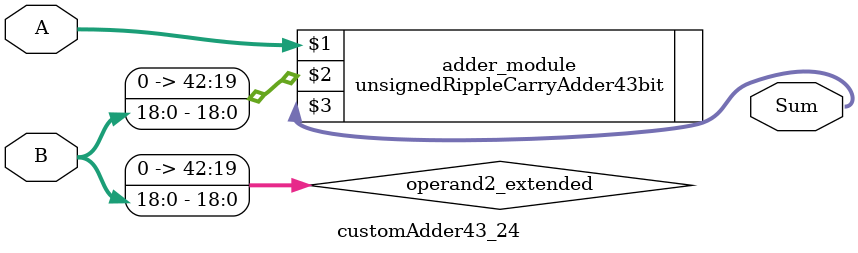
<source format=v>
module customAdder43_24(
                        input [42 : 0] A,
                        input [18 : 0] B,
                        
                        output [43 : 0] Sum
                );

        wire [42 : 0] operand2_extended;
        
        assign operand2_extended =  {24'b0, B};
        
        unsignedRippleCarryAdder43bit adder_module(
            A,
            operand2_extended,
            Sum
        );
        
        endmodule
        
</source>
